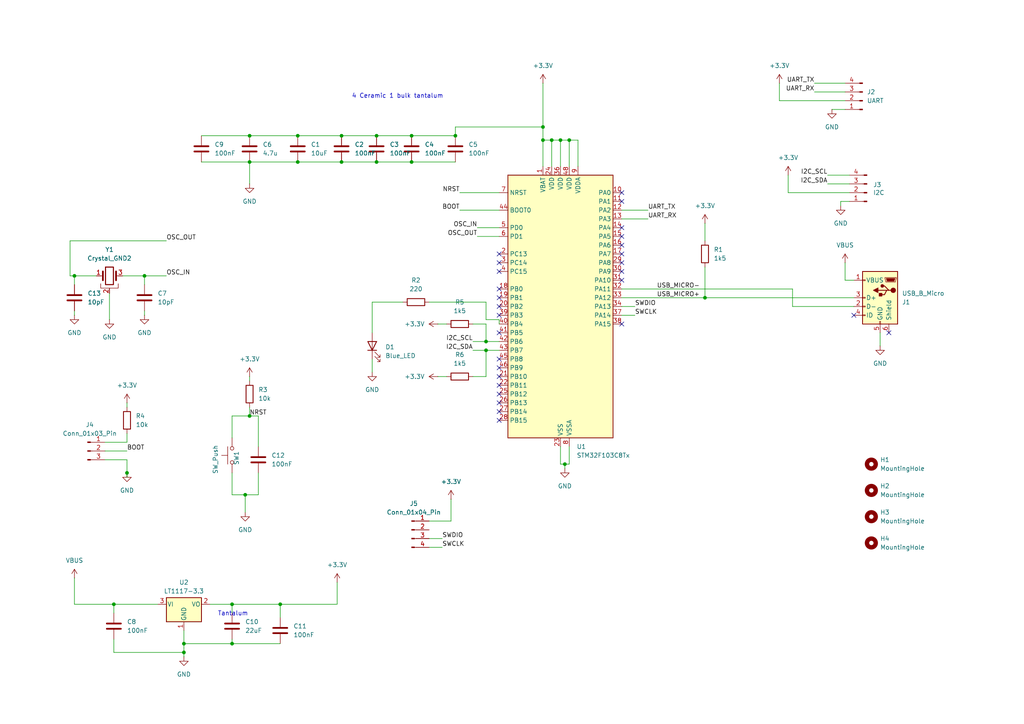
<source format=kicad_sch>
(kicad_sch (version 20250114) (generator "eeschema") (generator_version "9.0")
  (paper "A4")
  (lib_symbols
    (symbol "Connector:Conn_01x03_Pin" (pin_names (offset 1.016) (hide yes))
      (property "Reference" "J" (at 0 5.08 0))
      (property "Value" "Conn_01x03_Pin" (at 0 -5.08 0))
      (symbol "Conn_01x03_Pin_1_1"
        (rectangle (start 0.8636 2.667) (end 0 2.413) (stroke (width 0.1524)) (fill (type outline)))
        (rectangle (start 0.8636 0.127) (end 0 -0.127) (stroke (width 0.1524)) (fill (type outline)))
        (rectangle (start 0.8636 -2.413) (end 0 -2.667) (stroke (width 0.1524)) (fill (type outline)))
        (polyline (pts (xy 1.27 2.54) (xy 0.8636 2.54)) (stroke (width 0.1524)))
        (polyline (pts (xy 1.27 0) (xy 0.8636 0)) (stroke (width 0.1524)))
        (polyline (pts (xy 1.27 -2.54) (xy 0.8636 -2.54)) (stroke (width 0.1524)))
        (pin passive line (at 5.08 2.54 180) (length 3.81) (name "Pin_1") (number "1"))
        (pin passive line (at 5.08 0 180) (length 3.81) (name "Pin_2") (number "2"))
        (pin passive line (at 5.08 -2.54 180) (length 3.81) (name "Pin_3") (number "3"))
      )
    )
    (symbol "Connector:Conn_01x04_Pin" (pin_names (offset 1.016) (hide yes))
      (property "Reference" "J" (at 0 5.08 0))
      (property "Value" "Conn_01x04_Pin" (at 0 -7.62 0))
      (symbol "Conn_01x04_Pin_1_1"
        (rectangle (start 0.8636 2.667) (end 0 2.413) (stroke (width 0.1524)) (fill (type outline)))
        (rectangle (start 0.8636 0.127) (end 0 -0.127) (stroke (width 0.1524)) (fill (type outline)))
        (rectangle (start 0.8636 -2.413) (end 0 -2.667) (stroke (width 0.1524)) (fill (type outline)))
        (rectangle (start 0.8636 -4.953) (end 0 -5.207) (stroke (width 0.1524)) (fill (type outline)))
        (polyline (pts (xy 1.27 2.54) (xy 0.8636 2.54)) (stroke (width 0.1524)))
        (polyline (pts (xy 1.27 0) (xy 0.8636 0)) (stroke (width 0.1524)))
        (polyline (pts (xy 1.27 -2.54) (xy 0.8636 -2.54)) (stroke (width 0.1524)))
        (polyline (pts (xy 1.27 -5.08) (xy 0.8636 -5.08)) (stroke (width 0.1524)))
        (pin passive line (at 5.08 2.54 180) (length 3.81) (name "Pin_1") (number "1"))
        (pin passive line (at 5.08 0 180) (length 3.81) (name "Pin_2") (number "2"))
        (pin passive line (at 5.08 -2.54 180) (length 3.81) (name "Pin_3") (number "3"))
        (pin passive line (at 5.08 -5.08 180) (length 3.81) (name "Pin_4") (number "4"))
      )
    )
    (symbol "Connector:USB_B_Micro" (pin_names (offset 1.016))
      (property "Reference" "J" (at -5.08 11.43 0))
      (property "Value" "USB_B_Micro" (at -5.08 8.89 0))
      (symbol "USB_B_Micro_0_1"
        (rectangle (start -5.08 -7.62) (end 5.08 7.62) (stroke (width 0.254)) (fill (type background)))
        (polyline (pts (xy -4.699 5.842) (xy -4.699 5.588) (xy -4.445 4.826) (xy -4.445 4.572) (xy -1.651 4.572) (xy -1.651 4.826) (xy -1.397 5.588) (xy -1.397 5.842) (xy -4.699 5.842)))
        (polyline (pts (xy -4.318 5.588) (xy -1.778 5.588) (xy -2.032 4.826) (xy -4.064 4.826) (xy -4.318 5.588)) (fill (type outline)))
        (circle (center -3.81 2.159) (radius 0.635) (stroke (width 0.254)) (fill (type outline)))
        (polyline (pts (xy -3.175 2.159) (xy -2.54 2.159) (xy -1.27 3.429) (xy -0.635 3.429)) (stroke (width 0.254)))
        (polyline (pts (xy -2.54 2.159) (xy -1.905 2.159) (xy -1.27 0.889) (xy 0 0.889)) (stroke (width 0.254)))
        (polyline (pts (xy -1.905 2.159) (xy 0.635 2.159)) (stroke (width 0.254)))
        (circle (center -0.635 3.429) (radius 0.381) (stroke (width 0.254)) (fill (type outline)))
        (rectangle (start -0.127 -7.62) (end 0.127 -6.858))
        (rectangle (start 0.254 1.27) (end -0.508 0.508) (stroke (width 0.254)) (fill (type outline)))
        (polyline (pts (xy 0.635 2.794) (xy 0.635 1.524) (xy 1.905 2.159) (xy 0.635 2.794)) (stroke (width 0.254)) (fill (type outline)))
        (rectangle (start 5.08 4.953) (end 4.318 5.207))
        (rectangle (start 5.08 -0.127) (end 4.318 0.127))
        (rectangle (start 5.08 -2.667) (end 4.318 -2.413))
        (rectangle (start 5.08 -5.207) (end 4.318 -4.953))
      )
      (symbol "USB_B_Micro_1_1"
        (pin passive line (at -2.54 -10.16 90) (length 2.54) (name "Shield") (number "6"))
        (pin power_out line (at 0 -10.16 90) (length 2.54) (name "GND") (number "5"))
        (pin power_out line (at 7.62 5.08 180) (length 2.54) (name "VBUS") (number "1"))
        (pin bidirectional line (at 7.62 0 180) (length 2.54) (name "D+") (number "3"))
        (pin bidirectional line (at 7.62 -2.54 180) (length 2.54) (name "D-") (number "2"))
        (pin passive line (at 7.62 -5.08 180) (length 2.54) (name "ID") (number "4"))
      )
    )
    (symbol "Device:C" (pin_numbers (hide yes)) (pin_names (offset 0.254))
      (property "Reference" "C" (at 0.635 2.54 0))
      (property "Value" "C" (at 0.635 -2.54 0))
      (symbol "C_0_1"
        (polyline (pts (xy -2.032 0.762) (xy 2.032 0.762)) (stroke (width 0.508)))
        (polyline (pts (xy -2.032 -0.762) (xy 2.032 -0.762)) (stroke (width 0.508)))
      )
      (symbol "C_1_1"
        (pin passive line (at 0 3.81 270) (length 2.794) (name "~") (number "1"))
        (pin passive line (at 0 -3.81 90) (length 2.794) (name "~") (number "2"))
      )
    )
    (symbol "Device:Crystal_GND2" (pin_names (offset 1.016) (hide yes))
      (property "Reference" "Y" (at 0 5.715 0))
      (property "Value" "Crystal_GND2" (at 0 3.81 0))
      (symbol "Crystal_GND2_0_1"
        (polyline (pts (xy -2.54 0) (xy -1.905 0)))
        (polyline (pts (xy -2.54 -2.286) (xy -2.54 -3.556) (xy 2.54 -3.556) (xy 2.54 -2.286)))
        (polyline (pts (xy -1.905 -1.27) (xy -1.905 1.27)) (stroke (width 0.508)))
        (rectangle (start -1.143 2.54) (end 1.143 -2.54) (stroke (width 0.3048)))
        (polyline (pts (xy 0 -3.81) (xy 0 -3.556)))
        (polyline (pts (xy 1.905 1.27) (xy 1.905 -1.27)) (stroke (width 0.508)))
        (polyline (pts (xy 1.905 0) (xy 2.54 0)))
      )
      (symbol "Crystal_GND2_1_1"
        (pin passive line (at -3.81 0 0) (length 1.27) (name "1") (number "1"))
        (pin passive line (at 0 -5.08 90) (length 1.27) (name "2") (number "2"))
        (pin passive line (at 3.81 0 180) (length 1.27) (name "3") (number "3"))
      )
    )
    (symbol "Device:LED" (pin_numbers (hide yes)) (pin_names (offset 1.016) (hide yes))
      (property "Reference" "D" (at 0 2.54 0))
      (property "Value" "LED" (at 0 -2.54 0))
      (symbol "LED_0_1"
        (polyline (pts (xy -3.048 -0.762) (xy -4.572 -2.286) (xy -3.81 -2.286) (xy -4.572 -2.286) (xy -4.572 -1.524)))
        (polyline (pts (xy -1.778 -0.762) (xy -3.302 -2.286) (xy -2.54 -2.286) (xy -3.302 -2.286) (xy -3.302 -1.524)))
        (polyline (pts (xy -1.27 0) (xy 1.27 0)))
        (polyline (pts (xy -1.27 -1.27) (xy -1.27 1.27)) (stroke (width 0.254)))
        (polyline (pts (xy 1.27 -1.27) (xy 1.27 1.27) (xy -1.27 0) (xy 1.27 -1.27)) (stroke (width 0.254)))
      )
      (symbol "LED_1_1"
        (pin passive line (at -3.81 0 0) (length 2.54) (name "K") (number "1"))
        (pin passive line (at 3.81 0 180) (length 2.54) (name "A") (number "2"))
      )
    )
    (symbol "Device:R" (pin_numbers (hide yes)) (pin_names (offset 0))
      (property "Reference" "R" (at 2.032 0 90))
      (property "Value" "R" (at 0 0 90))
      (symbol "R_0_1"
        (rectangle (start -1.016 -2.54) (end 1.016 2.54) (stroke (width 0.254)))
      )
      (symbol "R_1_1"
        (pin passive line (at 0 3.81 270) (length 1.27) (name "~") (number "1"))
        (pin passive line (at 0 -3.81 90) (length 1.27) (name "~") (number "2"))
      )
    )
    (symbol "MCU_ST_STM32F1:STM32F103C8Tx"
      (property "Reference" "U" (at -15.24 39.37 0))
      (property "Value" "STM32F103C8Tx" (at 7.62 39.37 0))
      (symbol "STM32F103C8Tx_0_1"
        (rectangle (start -15.24 -38.1) (end 15.24 38.1) (stroke (width 0.254)) (fill (type background)))
      )
      (symbol "STM32F103C8Tx_1_1"
        (pin input line (at -17.78 33.02 0) (length 2.54) (name "NRST") (number "7"))
        (pin input line (at -17.78 27.94 0) (length 2.54) (name "BOOT0") (number "44"))
        (pin bidirectional line (at -17.78 22.86 0) (length 2.54) (name "PD0") (number "5"))
        (pin bidirectional line (at -17.78 20.32 0) (length 2.54) (name "PD1") (number "6"))
        (pin bidirectional line (at -17.78 15.24 0) (length 2.54) (name "PC13") (number "2"))
        (pin bidirectional line (at -17.78 12.7 0) (length 2.54) (name "PC14") (number "3"))
        (pin bidirectional line (at -17.78 10.16 0) (length 2.54) (name "PC15") (number "4"))
        (pin bidirectional line (at -17.78 5.08 0) (length 2.54) (name "PB0") (number "18"))
        (pin bidirectional line (at -17.78 2.54 0) (length 2.54) (name "PB1") (number "19"))
        (pin bidirectional line (at -17.78 0 0) (length 2.54) (name "PB2") (number "20"))
        (pin bidirectional line (at -17.78 -2.54 0) (length 2.54) (name "PB3") (number "39"))
        (pin bidirectional line (at -17.78 -5.08 0) (length 2.54) (name "PB4") (number "40"))
        (pin bidirectional line (at -17.78 -7.62 0) (length 2.54) (name "PB5") (number "41"))
        (pin bidirectional line (at -17.78 -10.16 0) (length 2.54) (name "PB6") (number "42"))
        (pin bidirectional line (at -17.78 -12.7 0) (length 2.54) (name "PB7") (number "43"))
        (pin bidirectional line (at -17.78 -15.24 0) (length 2.54) (name "PB8") (number "45"))
        (pin bidirectional line (at -17.78 -17.78 0) (length 2.54) (name "PB9") (number "46"))
        (pin bidirectional line (at -17.78 -20.32 0) (length 2.54) (name "PB10") (number "21"))
        (pin bidirectional line (at -17.78 -22.86 0) (length 2.54) (name "PB11") (number "22"))
        (pin bidirectional line (at -17.78 -25.4 0) (length 2.54) (name "PB12") (number "25"))
        (pin bidirectional line (at -17.78 -27.94 0) (length 2.54) (name "PB13") (number "26"))
        (pin bidirectional line (at -17.78 -30.48 0) (length 2.54) (name "PB14") (number "27"))
        (pin bidirectional line (at -17.78 -33.02 0) (length 2.54) (name "PB15") (number "28"))
        (pin power_in line (at -5.08 40.64 270) (length 2.54) (name "VBAT") (number "1"))
        (pin power_in line (at -2.54 40.64 270) (length 2.54) (name "VDD") (number "24"))
        (pin power_in line (at 0 40.64 270) (length 2.54) (name "VDD") (number "36"))
        (pin power_in line (at 0 -40.64 90) (length 2.54) (name "VSS") (number "23"))
        (pin passive line (at 0 -40.64 90) (length 2.54) (hide yes) (name "VSS") (number "35"))
        (pin passive line (at 0 -40.64 90) (length 2.54) (hide yes) (name "VSS") (number "47"))
        (pin power_in line (at 2.54 40.64 270) (length 2.54) (name "VDD") (number "48"))
        (pin power_in line (at 2.54 -40.64 90) (length 2.54) (name "VSSA") (number "8"))
        (pin power_in line (at 5.08 40.64 270) (length 2.54) (name "VDDA") (number "9"))
        (pin bidirectional line (at 17.78 33.02 180) (length 2.54) (name "PA0") (number "10"))
        (pin bidirectional line (at 17.78 30.48 180) (length 2.54) (name "PA1") (number "11"))
        (pin bidirectional line (at 17.78 27.94 180) (length 2.54) (name "PA2") (number "12"))
        (pin bidirectional line (at 17.78 25.4 180) (length 2.54) (name "PA3") (number "13"))
        (pin bidirectional line (at 17.78 22.86 180) (length 2.54) (name "PA4") (number "14"))
        (pin bidirectional line (at 17.78 20.32 180) (length 2.54) (name "PA5") (number "15"))
        (pin bidirectional line (at 17.78 17.78 180) (length 2.54) (name "PA6") (number "16"))
        (pin bidirectional line (at 17.78 15.24 180) (length 2.54) (name "PA7") (number "17"))
        (pin bidirectional line (at 17.78 12.7 180) (length 2.54) (name "PA8") (number "29"))
        (pin bidirectional line (at 17.78 10.16 180) (length 2.54) (name "PA9") (number "30"))
        (pin bidirectional line (at 17.78 7.62 180) (length 2.54) (name "PA10") (number "31"))
        (pin bidirectional line (at 17.78 5.08 180) (length 2.54) (name "PA11") (number "32"))
        (pin bidirectional line (at 17.78 2.54 180) (length 2.54) (name "PA12") (number "33"))
        (pin bidirectional line (at 17.78 0 180) (length 2.54) (name "PA13") (number "34"))
        (pin bidirectional line (at 17.78 -2.54 180) (length 2.54) (name "PA14") (number "37"))
        (pin bidirectional line (at 17.78 -5.08 180) (length 2.54) (name "PA15") (number "38"))
      )
    )
    (symbol "Mechanical:MountingHole" (pin_names (offset 1.016)) (in_bom no)
      (property "Reference" "H" (at 0 5.08 0))
      (property "Value" "MountingHole" (at 0 3.175 0))
      (symbol "MountingHole_0_1"
        (circle (center 0 0) (radius 1.27) (stroke (width 1.27)))
      )
    )
    (symbol "Regulator_Linear:LT1117-3.3" (pin_names (offset 0.254))
      (property "Reference" "U" (at -3.81 3.175 0))
      (property "Value" "LT1117-3.3" (at 0 3.175 0))
      (symbol "LT1117-3.3_0_1"
        (rectangle (start -5.08 -5.08) (end 5.08 1.905) (stroke (width 0.254)) (fill (type background)))
      )
      (symbol "LT1117-3.3_1_1"
        (pin power_in line (at -7.62 0 0) (length 2.54) (name "VI") (number "3"))
        (pin power_in line (at 0 -7.62 90) (length 2.54) (name "GND") (number "1"))
        (pin power_out line (at 7.62 0 180) (length 2.54) (name "VO") (number "2"))
      )
    )
    (symbol "Switch:SW_Push" (pin_numbers (hide yes)) (pin_names (offset 1.016) (hide yes))
      (property "Reference" "SW" (at 1.27 2.54 0))
      (property "Value" "SW_Push" (at 0 -1.524 0))
      (symbol "SW_Push_0_1"
        (circle (center -2.032 0) (radius 0.508))
        (polyline (pts (xy 0 1.27) (xy 0 3.048)))
        (circle (center 2.032 0) (radius 0.508))
        (polyline (pts (xy 2.54 1.27) (xy -2.54 1.27)))
        (pin passive line (at -5.08 0 0) (length 2.54) (name "1") (number "1"))
        (pin passive line (at 5.08 0 180) (length 2.54) (name "2") (number "2"))
      )
    )
    (symbol "power:+3.3V" (power) (pin_numbers (hide yes)) (pin_names (offset 0) (hide yes))
      (property "Value" "+3.3V" (at 0 3.556 0))
      (symbol "+3.3V_0_1"
        (polyline (pts (xy -0.762 1.27) (xy 0 2.54)))
        (polyline (pts (xy 0 2.54) (xy 0.762 1.27)))
        (polyline (pts (xy 0 0) (xy 0 2.54)))
      )
      (symbol "+3.3V_1_1"
        (pin power_in line (at 0 0 90) (length 0) (name "~") (number "1"))
      )
    )
    (symbol "power:GND" (power) (pin_numbers (hide yes)) (pin_names (offset 0) (hide yes))
      (property "Value" "GND" (at 0 -3.81 0))
      (symbol "GND_0_1"
        (polyline (pts (xy 0 0) (xy 0 -1.27) (xy 1.27 -1.27) (xy 0 -2.54) (xy -1.27 -1.27) (xy 0 -1.27)))
      )
      (symbol "GND_1_1"
        (pin power_in line (at 0 0 270) (length 0) (name "~") (number "1"))
      )
    )
    (symbol "power:VBUS" (power) (pin_numbers (hide yes)) (pin_names (offset 0) (hide yes))
      (property "Value" "VBUS" (at 0 3.556 0))
      (symbol "VBUS_0_1"
        (polyline (pts (xy -0.762 1.27) (xy 0 2.54)))
        (polyline (pts (xy 0 2.54) (xy 0.762 1.27)))
        (polyline (pts (xy 0 0) (xy 0 2.54)))
      )
      (symbol "VBUS_1_1"
        (pin power_in line (at 0 0 90) (length 0) (name "~") (number "1"))
      )
    )
  )
  (text "Tantalum\n" (at 67.564 178.054 0) (effects (font (size 1.27 1.27))))
  (text "4 Ceramic 1 bulk tantalum" (at 115.316 27.94 0) (effects (font (size 1.27 1.27))))
  (junction (at 72.39 120.65))
  (junction (at 163.83 134.62))
  (junction (at 140.97 101.6))
  (junction (at 119.38 39.37))
  (junction (at 157.48 36.83))
  (junction (at 67.31 175.26))
  (junction (at 204.47 86.36))
  (junction (at 99.06 39.37))
  (junction (at 109.22 46.99))
  (junction (at 72.39 46.99))
  (junction (at 109.22 39.37))
  (junction (at 157.48 40.64))
  (junction (at 86.36 46.99))
  (junction (at 71.12 143.51))
  (junction (at 162.56 40.64))
  (junction (at 72.39 39.37))
  (junction (at 132.08 39.37))
  (junction (at 165.1 40.64))
  (junction (at 33.02 175.26))
  (junction (at 140.97 99.06))
  (junction (at 67.31 186.69))
  (junction (at 36.83 137.16))
  (junction (at 119.38 46.99))
  (junction (at 86.36 39.37))
  (junction (at 21.59 80.01))
  (junction (at 41.91 80.01))
  (junction (at 53.34 189.23))
  (junction (at 160.02 40.64))
  (junction (at 53.34 186.69))
  (junction (at 99.06 46.99))
  (junction (at 81.28 175.26))
  (no_connect (at 144.78 83.82))
  (no_connect (at 144.78 109.22))
  (no_connect (at 180.34 73.66))
  (no_connect (at 144.78 88.9))
  (no_connect (at 144.78 91.44))
  (no_connect (at 180.34 58.42))
  (no_connect (at 180.34 81.28))
  (no_connect (at 180.34 93.98))
  (no_connect (at 180.34 78.74))
  (no_connect (at 144.78 78.74))
  (no_connect (at 144.78 73.66))
  (no_connect (at 144.78 106.68))
  (no_connect (at 180.34 68.58))
  (no_connect (at 180.34 55.88))
  (no_connect (at 257.81 96.52))
  (no_connect (at 180.34 66.04))
  (no_connect (at 144.78 76.2))
  (no_connect (at 247.65 91.44))
  (no_connect (at 144.78 121.92))
  (no_connect (at 144.78 104.14))
  (no_connect (at 144.78 111.76))
  (no_connect (at 144.78 114.3))
  (no_connect (at 144.78 96.52))
  (no_connect (at 144.78 119.38))
  (no_connect (at 180.34 71.12))
  (no_connect (at 144.78 86.36))
  (no_connect (at 180.34 76.2))
  (no_connect (at 144.78 116.84))
  (wire (pts (xy 140.97 99.06) (xy 140.97 93.98)))
  (wire (pts (xy 74.93 120.65) (xy 74.93 129.54)))
  (wire (pts (xy 160.02 48.26) (xy 160.02 40.64)))
  (wire (pts (xy 160.02 40.64) (xy 157.48 40.64)))
  (wire (pts (xy 109.22 46.99) (xy 119.38 46.99)))
  (wire (pts (xy 162.56 40.64) (xy 165.1 40.64)))
  (wire (pts (xy 137.16 93.98) (xy 140.97 93.98)))
  (wire (pts (xy 20.32 80.01) (xy 21.59 80.01)))
  (wire (pts (xy 107.95 87.63) (xy 107.95 96.52)))
  (wire (pts (xy 204.47 64.77) (xy 204.47 69.85)))
  (wire (pts (xy 132.08 36.83) (xy 132.08 39.37)))
  (wire (pts (xy 35.56 80.01) (xy 41.91 80.01)))
  (wire (pts (xy 132.08 36.83) (xy 157.48 36.83)))
  (wire (pts (xy 53.34 186.69) (xy 67.31 186.69)))
  (wire (pts (xy 138.43 66.04) (xy 144.78 66.04)))
  (wire (pts (xy 180.34 86.36) (xy 204.47 86.36)))
  (wire (pts (xy 236.22 24.13) (xy 245.11 24.13)))
  (wire (pts (xy 165.1 48.26) (xy 165.1 40.64)))
  (wire (pts (xy 140.97 101.6) (xy 140.97 109.22)))
  (wire (pts (xy 67.31 127) (xy 67.31 120.65)))
  (wire (pts (xy 137.16 101.6) (xy 140.97 101.6)))
  (wire (pts (xy 67.31 175.26) (xy 67.31 177.8)))
  (wire (pts (xy 31.75 85.09) (xy 31.75 92.71)))
  (wire (pts (xy 247.65 81.28) (xy 245.11 81.28)))
  (wire (pts (xy 240.03 50.8) (xy 246.38 50.8)))
  (wire (pts (xy 226.06 29.21) (xy 245.11 29.21)))
  (wire (pts (xy 36.83 116.84) (xy 36.83 118.11)))
  (wire (pts (xy 20.32 69.85) (xy 48.26 69.85)))
  (wire (pts (xy 137.16 99.06) (xy 140.97 99.06)))
  (wire (pts (xy 204.47 86.36) (xy 247.65 86.36)))
  (wire (pts (xy 53.34 186.69) (xy 53.34 189.23)))
  (wire (pts (xy 124.46 156.21) (xy 128.27 156.21)))
  (wire (pts (xy 53.34 189.23) (xy 53.34 190.5)))
  (wire (pts (xy 53.34 182.88) (xy 53.34 186.69)))
  (wire (pts (xy 180.34 60.96) (xy 187.96 60.96)))
  (wire (pts (xy 127 109.22) (xy 129.54 109.22)))
  (wire (pts (xy 45.72 175.26) (xy 33.02 175.26)))
  (wire (pts (xy 255.27 96.52) (xy 255.27 100.33)))
  (wire (pts (xy 21.59 80.01) (xy 27.94 80.01)))
  (wire (pts (xy 74.93 137.16) (xy 74.93 143.51)))
  (wire (pts (xy 30.48 128.27) (xy 36.83 128.27)))
  (wire (pts (xy 86.36 39.37) (xy 99.06 39.37)))
  (wire (pts (xy 67.31 186.69) (xy 81.28 186.69)))
  (wire (pts (xy 180.34 91.44) (xy 184.15 91.44)))
  (wire (pts (xy 119.38 39.37) (xy 132.08 39.37)))
  (wire (pts (xy 157.48 40.64) (xy 157.48 48.26)))
  (wire (pts (xy 180.34 63.5) (xy 187.96 63.5)))
  (wire (pts (xy 20.32 80.01) (xy 20.32 69.85)))
  (wire (pts (xy 157.48 24.13) (xy 157.48 36.83)))
  (wire (pts (xy 162.56 40.64) (xy 160.02 40.64)))
  (wire (pts (xy 71.12 143.51) (xy 67.31 143.51)))
  (wire (pts (xy 162.56 129.54) (xy 162.56 134.62)))
  (wire (pts (xy 163.83 134.62) (xy 165.1 134.62)))
  (wire (pts (xy 72.39 118.11) (xy 72.39 120.65)))
  (wire (pts (xy 72.39 109.22) (xy 72.39 110.49)))
  (wire (pts (xy 109.22 39.37) (xy 119.38 39.37)))
  (wire (pts (xy 67.31 186.69) (xy 67.31 185.42)))
  (wire (pts (xy 240.03 53.34) (xy 246.38 53.34)))
  (wire (pts (xy 241.3 31.75) (xy 245.11 31.75)))
  (wire (pts (xy 226.06 24.13) (xy 226.06 29.21)))
  (wire (pts (xy 86.36 46.99) (xy 99.06 46.99)))
  (wire (pts (xy 30.48 130.81) (xy 36.83 130.81)))
  (wire (pts (xy 74.93 143.51) (xy 71.12 143.51)))
  (wire (pts (xy 140.97 101.6) (xy 144.78 101.6)))
  (wire (pts (xy 163.83 134.62) (xy 163.83 135.89)))
  (wire (pts (xy 21.59 90.17) (xy 21.59 91.44)))
  (wire (pts (xy 21.59 167.64) (xy 21.59 175.26)))
  (wire (pts (xy 124.46 87.63) (xy 140.97 87.63)))
  (wire (pts (xy 72.39 39.37) (xy 86.36 39.37)))
  (wire (pts (xy 107.95 104.14) (xy 107.95 107.95)))
  (wire (pts (xy 33.02 185.42) (xy 33.02 189.23)))
  (wire (pts (xy 71.12 143.51) (xy 71.12 148.59)))
  (wire (pts (xy 36.83 133.35) (xy 36.83 137.16)))
  (wire (pts (xy 36.83 125.73) (xy 36.83 128.27)))
  (wire (pts (xy 72.39 46.99) (xy 72.39 53.34)))
  (wire (pts (xy 133.35 60.96) (xy 144.78 60.96)))
  (wire (pts (xy 58.42 39.37) (xy 72.39 39.37)))
  (wire (pts (xy 140.97 87.63) (xy 140.97 92.71)))
  (wire (pts (xy 33.02 175.26) (xy 33.02 177.8)))
  (wire (pts (xy 130.81 144.78) (xy 130.81 151.13)))
  (wire (pts (xy 162.56 48.26) (xy 162.56 40.64)))
  (wire (pts (xy 245.11 76.2) (xy 245.11 81.28)))
  (wire (pts (xy 60.96 175.26) (xy 67.31 175.26)))
  (wire (pts (xy 33.02 189.23) (xy 53.34 189.23)))
  (wire (pts (xy 204.47 77.47) (xy 204.47 86.36)))
  (wire (pts (xy 165.1 40.64) (xy 167.64 40.64)))
  (wire (pts (xy 72.39 46.99) (xy 86.36 46.99)))
  (wire (pts (xy 81.28 175.26) (xy 97.79 175.26)))
  (wire (pts (xy 157.48 36.83) (xy 157.48 40.64)))
  (wire (pts (xy 144.78 92.71) (xy 144.78 93.98)))
  (wire (pts (xy 140.97 92.71) (xy 144.78 92.71)))
  (wire (pts (xy 167.64 48.26) (xy 167.64 40.64)))
  (wire (pts (xy 124.46 158.75) (xy 128.27 158.75)))
  (wire (pts (xy 21.59 82.55) (xy 21.59 80.01)))
  (wire (pts (xy 243.84 59.69) (xy 243.84 58.42)))
  (wire (pts (xy 140.97 99.06) (xy 144.78 99.06)))
  (wire (pts (xy 41.91 90.17) (xy 41.91 91.44)))
  (wire (pts (xy 67.31 137.16) (xy 67.31 143.51)))
  (wire (pts (xy 243.84 58.42) (xy 246.38 58.42)))
  (wire (pts (xy 229.87 88.9) (xy 229.87 83.82)))
  (wire (pts (xy 33.02 175.26) (xy 21.59 175.26)))
  (wire (pts (xy 228.6 55.88) (xy 246.38 55.88)))
  (wire (pts (xy 162.56 134.62) (xy 163.83 134.62)))
  (wire (pts (xy 41.91 80.01) (xy 48.26 80.01)))
  (wire (pts (xy 138.43 68.58) (xy 144.78 68.58)))
  (wire (pts (xy 41.91 82.55) (xy 41.91 80.01)))
  (wire (pts (xy 165.1 134.62) (xy 165.1 129.54)))
  (wire (pts (xy 236.22 26.67) (xy 245.11 26.67)))
  (wire (pts (xy 229.87 83.82) (xy 180.34 83.82)))
  (wire (pts (xy 119.38 46.99) (xy 132.08 46.99)))
  (wire (pts (xy 228.6 50.8) (xy 228.6 55.88)))
  (wire (pts (xy 180.34 88.9) (xy 184.15 88.9)))
  (wire (pts (xy 137.16 109.22) (xy 140.97 109.22)))
  (wire (pts (xy 67.31 175.26) (xy 81.28 175.26)))
  (wire (pts (xy 116.84 87.63) (xy 107.95 87.63)))
  (wire (pts (xy 247.65 88.9) (xy 229.87 88.9)))
  (wire (pts (xy 81.28 175.26) (xy 81.28 179.07)))
  (wire (pts (xy 74.93 120.65) (xy 72.39 120.65)))
  (wire (pts (xy 99.06 39.37) (xy 109.22 39.37)))
  (wire (pts (xy 99.06 46.99) (xy 109.22 46.99)))
  (wire (pts (xy 127 93.98) (xy 129.54 93.98)))
  (wire (pts (xy 30.48 133.35) (xy 36.83 133.35)))
  (wire (pts (xy 97.79 168.91) (xy 97.79 175.26)))
  (wire (pts (xy 67.31 120.65) (xy 72.39 120.65)))
  (wire (pts (xy 124.46 151.13) (xy 130.81 151.13)))
  (wire (pts (xy 58.42 46.99) (xy 72.39 46.99)))
  (wire (pts (xy 36.83 137.16) (xy 36.83 138.43)))
  (wire (pts (xy 133.35 55.88) (xy 144.78 55.88)))
  (label "NRST" (at 72.39 120.65 0))
  (label "NRST" (at 133.35 55.88 180))
  (label "UART_RX" (at 187.96 63.5 0))
  (label "I2C_SDA" (at 240.03 53.34 180))
  (label "I2C_SCL" (at 240.03 50.8 180))
  (label "SWCLK" (at 184.15 91.44 0))
  (label "UART_TX" (at 236.22 24.13 180))
  (label "OSC_OUT" (at 48.26 69.85 0))
  (label "BOOT" (at 36.83 130.81 0))
  (label "UART_RX" (at 236.22 26.67 180))
  (label "I2C_SDA" (at 137.16 101.6 180))
  (label "USB_MICRO-" (at 190.5 83.82 0))
  (label "SWDIO" (at 184.15 88.9 0))
  (label "OSC_IN" (at 48.26 80.01 0))
  (label "SWDIO" (at 128.27 156.21 0))
  (label "I2C_SCL" (at 137.16 99.06 180))
  (label "USB_MICRO+" (at 190.5 86.36 0))
  (label "BOOT" (at 133.35 60.96 180))
  (label "OSC_OUT" (at 138.43 68.58 180))
  (label "OSC_IN" (at 138.43 66.04 180))
  (label "UART_TX" (at 187.96 60.96 0))
  (label "SWCLK" (at 128.27 158.75 0))
  (symbol (lib_id "Device:R") (at 133.35 109.22 90) (unit 1)
    (property "Reference" "R6" (at 133.35 102.87 90))
    (property "Value" "1k5" (at 133.35 105.41 90))
    (property "Footprint" "Resistor_SMD:R_0402_1005Metric" (effects (hide yes)))
    (property "Description" "Resistor" (effects (hide yes)))
  )
  (symbol (lib_id "Device:C") (at 99.06 43.18 0) (unit 1)
    (property "Reference" "C2" (at 102.87 41.9099 0) (effects (justify left)))
    (property "Value" "100nF" (at 102.87 44.4499 0) (effects (justify left)))
    (property "Footprint" "Capacitor_SMD:C_0402_1005Metric" (effects (hide yes)))
    (property "Description" "Unpolarized capacitor" (effects (hide yes)))
  )
  (symbol (lib_id "Device:LED") (at 107.95 100.33 90) (unit 1)
    (property "Reference" "D1" (at 111.76 100.6474 90) (effects (justify right)))
    (property "Value" "Blue_LED" (at 111.76 103.1874 90) (effects (justify right)))
    (property "Footprint" "LED_SMD:LED_0201_0603Metric" (effects (hide yes)))
    (property "Description" "Light emitting diode" (effects (hide yes)))
    (property "Sim.Pins" "1=K 2=A" (effects (hide yes)))
  )
  (symbol (lib_id "Regulator_Linear:LT1117-3.3") (at 53.34 175.26 0) (unit 1)
    (property "Reference" "U2" (at 53.34 168.91 0))
    (property "Value" "LT1117-3.3" (at 53.34 171.45 0))
    (property "Footprint" "Package_TO_SOT_SMD:SOT-223-3_TabPin2" (effects (hide yes)))
    (property "Datasheet" "https://www.analog.com/media/en/technical-documentation/data-sheets/1117fd.pdf" (effects (hide yes)))
    (property "Description" "800mA Low-Dropout Linear Regulator, 3.3V fixed output, SOT-223/TO-263" (effects (hide yes)))
  )
  (symbol (lib_id "Device:C") (at 21.59 86.36 0) (unit 1)
    (property "Reference" "C13" (at 25.4 85.0899 0) (effects (justify left)))
    (property "Value" "10pF" (at 25.4 87.6299 0) (effects (justify left)))
    (property "Footprint" "Diode_SMD:D_0402_1005Metric" (effects (hide yes)))
    (property "Description" "Unpolarized capacitor" (effects (hide yes)))
  )
  (symbol (lib_id "Device:C") (at 86.36 43.18 0) (unit 1)
    (property "Reference" "C1" (at 90.17 41.9099 0) (effects (justify left)))
    (property "Value" "10uF" (at 90.17 44.4499 0) (effects (justify left)))
    (property "Footprint" "Capacitor_Tantalum_SMD:CP_EIA-1608-08_AVX-J" (effects (hide yes)))
    (property "Description" "Unpolarized capacitor" (effects (hide yes)))
  )
  (symbol (lib_id "power:GND") (at 243.84 59.69 0) (unit 1)
    (property "Reference" "#PWR013" (effects (hide yes)))
    (property "Value" "GND" (at 243.84 64.77 0))
    (property "Description" "Power symbol creates a global label with name \"GND\" , ground" (effects (hide yes)))
  )
  (symbol (lib_id "Switch:SW_Push") (at 67.31 132.08 90) (unit 1)
    (property "Reference" "SW1" (at 68.58 130.8099 0) (effects (justify right)))
    (property "Value" "SW_Push" (at 62.484 129.032 0) (effects (justify right)))
    (property "Footprint" "Button_Switch_SMD:SW_SPST_PTS810" (effects (hide yes)))
    (property "Description" "Push button switch, generic, two pins" (effects (hide yes)))
  )
  (symbol (lib_id "power:+3.3V") (at 97.79 168.91 0) (unit 1)
    (property "Reference" "#PWR015" (effects (hide yes)))
    (property "Value" "+3.3V" (at 97.79 163.83 0))
    (property "Description" "Power symbol creates a global label with name \"+3.3V\"" (effects (hide yes)))
  )
  (symbol (lib_id "power:+3.3V") (at 127 109.22 90) (unit 1)
    (property "Reference" "#PWR023" (effects (hide yes)))
    (property "Value" "+3.3V" (at 123.19 109.2199 90) (effects (justify left)))
    (property "Description" "Power symbol creates a global label with name \"+3.3V\"" (effects (hide yes)))
  )
  (symbol (lib_id "Device:C") (at 41.91 86.36 0) (unit 1)
    (property "Reference" "C7" (at 45.72 85.0899 0) (effects (justify left)))
    (property "Value" "10pF" (at 45.72 87.6299 0) (effects (justify left)))
    (property "Footprint" "Diode_SMD:D_0402_1005Metric" (effects (hide yes)))
    (property "Description" "Unpolarized capacitor" (effects (hide yes)))
  )
  (symbol (lib_id "power:GND") (at 53.34 190.5 0) (unit 1)
    (property "Reference" "#PWR014" (effects (hide yes)))
    (property "Value" "GND" (at 53.34 195.58 0))
    (property "Description" "Power symbol creates a global label with name \"GND\" , ground" (effects (hide yes)))
  )
  (symbol (lib_id "Device:C") (at 109.22 43.18 0) (unit 1)
    (property "Reference" "C3" (at 113.03 41.9099 0) (effects (justify left)))
    (property "Value" "100nF" (at 113.03 44.4499 0) (effects (justify left)))
    (property "Footprint" "Capacitor_SMD:C_0402_1005Metric" (effects (hide yes)))
    (property "Description" "Unpolarized capacitor" (effects (hide yes)))
  )
  (symbol (lib_id "Device:R") (at 120.65 87.63 90) (unit 1)
    (property "Reference" "R2" (at 120.65 81.28 90))
    (property "Value" "220" (at 120.65 83.82 90))
    (property "Footprint" "Resistor_SMD:R_0201_0603Metric" (effects (hide yes)))
    (property "Description" "Resistor" (effects (hide yes)))
  )
  (symbol (lib_id "Connector:Conn_01x04_Pin") (at 119.38 153.67 0) (unit 1)
    (property "Reference" "J5" (at 120.015 146.05 0))
    (property "Value" "Conn_01x04_Pin" (at 120.015 148.59 0))
    (property "Footprint" "Connector_PinHeader_2.54mm:PinHeader_1x04_P2.54mm_Vertical" (effects (hide yes)))
    (property "Description" "Generic connector, single row, 01x04, script generated" (effects (hide yes)))
  )
  (symbol (lib_id "Connector:USB_B_Micro") (at 255.27 86.36 0) (mirror y) (unit 1)
    (property "Reference" "J1" (at 261.62 87.6301 0) (effects (justify right)))
    (property "Value" "USB_B_Micro" (at 261.62 85.0901 0) (effects (justify right)))
    (property "Footprint" "Connector_USB:USB_Micro-B_Molex_47346-0001" (effects (hide yes)))
    (property "Description" "USB Micro Type B connector" (effects (hide yes)))
  )
  (symbol (lib_id "Device:C") (at 67.31 181.61 0) (unit 1)
    (property "Reference" "C10" (at 71.12 180.3399 0) (effects (justify left)))
    (property "Value" "22uF" (at 71.12 182.8799 0) (effects (justify left)))
    (property "Footprint" "Capacitor_Tantalum_SMD:CP_EIA-1608-08_AVX-J" (effects (hide yes)))
    (property "Description" "Unpolarized capacitor" (effects (hide yes)))
  )
  (symbol (lib_id "Mechanical:MountingHole") (at 252.73 134.62 0) (unit 1) (in_bom no)
    (property "Reference" "H1" (at 255.27 133.3499 0) (effects (justify left)))
    (property "Value" "MountingHole" (at 255.27 135.8899 0) (effects (justify left)))
    (property "Footprint" "MountingHole:MountingHole_2.1mm" (effects (hide yes)))
    (property "Description" "Mounting Hole without connection" (effects (hide yes)))
  )
  (symbol (lib_id "power:GND") (at 72.39 53.34 0) (unit 1)
    (property "Reference" "#PWR01" (effects (hide yes)))
    (property "Value" "GND" (at 72.39 58.42 0))
    (property "Description" "Power symbol creates a global label with name \"GND\" , ground" (effects (hide yes)))
  )
  (symbol (lib_id "Connector:Conn_01x04_Pin") (at 251.46 55.88 180) (unit 1)
    (property "Reference" "J3" (at 253.238 53.594 0) (effects (justify right)))
    (property "Value" "I2C" (at 253.238 55.88 0) (effects (justify right)))
    (property "Footprint" "Connector_PinHeader_2.54mm:PinHeader_1x04_P2.54mm_Vertical" (effects (hide yes)))
    (property "Description" "Generic connector, single row, 01x04, script generated" (effects (hide yes)))
  )
  (symbol (lib_id "power:VBUS") (at 21.59 167.64 0) (unit 1)
    (property "Reference" "#PWR016" (effects (hide yes)))
    (property "Value" "VBUS" (at 21.59 162.56 0))
    (property "Description" "Power symbol creates a global label with name \"VBUS\"" (effects (hide yes)))
  )
  (symbol (lib_id "Device:C") (at 132.08 43.18 0) (unit 1)
    (property "Reference" "C5" (at 135.89 41.9099 0) (effects (justify left)))
    (property "Value" "100nF" (at 135.89 44.4499 0) (effects (justify left)))
    (property "Footprint" "Capacitor_SMD:C_0402_1005Metric" (effects (hide yes)))
    (property "Description" "Unpolarized capacitor" (effects (hide yes)))
  )
  (symbol (lib_id "Device:C") (at 33.02 181.61 0) (unit 1)
    (property "Reference" "C8" (at 36.83 180.3399 0) (effects (justify left)))
    (property "Value" "100nF" (at 36.83 182.8799 0) (effects (justify left)))
    (property "Footprint" "Capacitor_SMD:C_0402_1005Metric" (effects (hide yes)))
    (property "Description" "Unpolarized capacitor" (effects (hide yes)))
  )
  (symbol (lib_id "Device:R") (at 204.47 73.66 0) (unit 1)
    (property "Reference" "R1" (at 207.01 72.3899 0) (effects (justify left)))
    (property "Value" "1k5" (at 207.01 74.9299 0) (effects (justify left)))
    (property "Footprint" "Resistor_SMD:R_0402_1005Metric" (effects (hide yes)))
    (property "Description" "Resistor" (effects (hide yes)))
  )
  (symbol (lib_id "power:GND") (at 31.75 92.71 0) (unit 1)
    (property "Reference" "#PWR03" (effects (hide yes)))
    (property "Value" "GND" (at 31.75 97.79 0))
    (property "Description" "Power symbol creates a global label with name \"GND\" , ground" (effects (hide yes)))
  )
  (symbol (lib_id "Device:C") (at 119.38 43.18 0) (unit 1)
    (property "Reference" "C4" (at 123.19 41.9099 0) (effects (justify left)))
    (property "Value" "100nF" (at 123.19 44.4499 0) (effects (justify left)))
    (property "Footprint" "Capacitor_SMD:C_0402_1005Metric" (effects (hide yes)))
    (property "Description" "Unpolarized capacitor" (effects (hide yes)))
  )
  (symbol (lib_id "power:GND") (at 41.91 91.44 0) (unit 1)
    (property "Reference" "#PWR05" (effects (hide yes)))
    (property "Value" "GND" (at 41.91 96.52 0))
    (property "Description" "Power symbol creates a global label with name \"GND\" , ground" (effects (hide yes)))
  )
  (symbol (lib_id "Device:R") (at 133.35 93.98 270) (unit 1)
    (property "Reference" "R5" (at 133.35 87.63 90))
    (property "Value" "1k5" (at 133.35 90.17 90))
    (property "Footprint" "Resistor_SMD:R_0402_1005Metric" (effects (hide yes)))
    (property "Description" "Resistor" (effects (hide yes)))
  )
  (symbol (lib_id "power:GND") (at 255.27 100.33 0) (mirror y) (unit 1)
    (property "Reference" "#PWR06" (effects (hide yes)))
    (property "Value" "GND" (at 255.27 105.41 0))
    (property "Description" "Power symbol creates a global label with name \"GND\" , ground" (effects (hide yes)))
  )
  (symbol (lib_id "power:+3.3V") (at 157.48 24.13 0) (unit 1)
    (property "Reference" "#PWR02" (effects (hide yes)))
    (property "Value" "+3.3V" (at 157.48 19.05 0))
    (property "Description" "Power symbol creates a global label with name \"+3.3V\"" (effects (hide yes)))
  )
  (symbol (lib_id "power:GND") (at 36.83 137.16 0) (unit 1)
    (property "Reference" "#PWR020" (effects (hide yes)))
    (property "Value" "GND" (at 36.83 142.24 0))
    (property "Description" "Power symbol creates a global label with name \"GND\" , ground" (effects (hide yes)))
  )
  (symbol (lib_id "Device:C") (at 74.93 133.35 0) (unit 1)
    (property "Reference" "C12" (at 78.74 132.0799 0) (effects (justify left)))
    (property "Value" "100nF" (at 78.74 134.6199 0) (effects (justify left)))
    (property "Footprint" "Capacitor_SMD:C_0402_1005Metric" (effects (hide yes)))
    (property "Description" "Unpolarized capacitor" (effects (hide yes)))
  )
  (symbol (lib_id "Device:R") (at 72.39 114.3 0) (unit 1)
    (property "Reference" "R3" (at 74.93 113.0299 0) (effects (justify left)))
    (property "Value" "10k" (at 74.93 115.5699 0) (effects (justify left)))
    (property "Footprint" "Resistor_SMD:R_0603_1608Metric" (effects (hide yes)))
    (property "Description" "Resistor" (effects (hide yes)))
  )
  (symbol (lib_id "Mechanical:MountingHole") (at 252.73 149.86 0) (unit 1) (in_bom no)
    (property "Reference" "H3" (at 255.27 148.5899 0) (effects (justify left)))
    (property "Value" "MountingHole" (at 255.27 151.1299 0) (effects (justify left)))
    (property "Footprint" "MountingHole:MountingHole_2.1mm" (effects (hide yes)))
    (property "Description" "Mounting Hole without connection" (effects (hide yes)))
  )
  (symbol (lib_id "Device:C") (at 72.39 43.18 0) (unit 1)
    (property "Reference" "C6" (at 76.2 41.9099 0) (effects (justify left)))
    (property "Value" "4.7u" (at 76.2 44.4499 0) (effects (justify left)))
    (property "Footprint" "Capacitor_Tantalum_SMD:CP_EIA-1608-08_AVX-J" (effects (hide yes)))
    (property "Description" "Unpolarized capacitor" (effects (hide yes)))
  )
  (symbol (lib_id "power:+3.3V") (at 130.81 144.78 0) (unit 1)
    (property "Reference" "#PWR024" (effects (hide yes)))
    (property "Value" "+3.3V" (at 130.81 139.7 0))
    (property "Description" "Power symbol creates a global label with name \"+3.3V\"" (effects (hide yes)))
  )
  (symbol (lib_id "Device:C") (at 81.28 182.88 0) (unit 1)
    (property "Reference" "C11" (at 85.09 181.6099 0) (effects (justify left)))
    (property "Value" "100nF" (at 85.09 184.1499 0) (effects (justify left)))
    (property "Footprint" "Capacitor_SMD:C_0402_1005Metric" (effects (hide yes)))
    (property "Description" "Unpolarized capacitor" (effects (hide yes)))
  )
  (symbol (lib_id "power:GND") (at 21.59 91.44 0) (unit 1)
    (property "Reference" "#PWR04" (effects (hide yes)))
    (property "Value" "GND" (at 21.59 96.52 0))
    (property "Description" "Power symbol creates a global label with name \"GND\" , ground" (effects (hide yes)))
  )
  (symbol (lib_id "MCU_ST_STM32F1:STM32F103C8Tx") (at 162.56 88.9 0) (unit 1)
    (property "Reference" "U1" (at 167.2433 129.54 0) (effects (justify left)))
    (property "Value" "STM32F103C8Tx" (at 167.2433 132.08 0) (effects (justify left)))
    (property "Footprint" "Package_QFP:LQFP-48_7x7mm_P0.5mm" (effects (hide yes)))
    (property "Datasheet" "https://www.st.com/resource/en/datasheet/stm32f103c8.pdf" (effects (hide yes)))
    (property "Description" "STMicroelectronics Arm Cortex-M3 MCU, 64KB flash, 20KB RAM, 72 MHz, 2.0-3.6V, 37 GPIO, LQFP48" (effects (hide yes)))
  )
  (symbol (lib_id "power:+3.3V") (at 204.47 64.77 0) (unit 1)
    (property "Reference" "#PWR08" (effects (hide yes)))
    (property "Value" "+3.3V" (at 204.47 59.69 0))
    (property "Description" "Power symbol creates a global label with name \"+3.3V\"" (effects (hide yes)))
  )
  (symbol (lib_id "Connector:Conn_01x03_Pin") (at 25.4 130.81 0) (unit 1)
    (property "Reference" "J4" (at 26.035 123.19 0))
    (property "Value" "Conn_01x03_Pin" (at 26.035 125.73 0))
    (property "Footprint" "Connector_PinHeader_1.27mm:PinHeader_1x03_P1.27mm_Vertical" (effects (hide yes)))
    (property "Description" "Generic connector, single row, 01x03, script generated" (effects (hide yes)))
  )
  (symbol (lib_id "Connector:Conn_01x04_Pin") (at 250.19 29.21 180) (unit 1)
    (property "Reference" "J2" (at 251.46 26.6699 0) (effects (justify right)))
    (property "Value" "UART" (at 251.46 29.2099 0) (effects (justify right)))
    (property "Footprint" "Connector_PinHeader_2.54mm:PinHeader_1x04_P2.54mm_Vertical" (effects (hide yes)))
    (property "Description" "Generic connector, single row, 01x04, script generated" (effects (hide yes)))
  )
  (symbol (lib_id "power:GND") (at 71.12 148.59 0) (unit 1)
    (property "Reference" "#PWR018" (effects (hide yes)))
    (property "Value" "GND" (at 71.12 153.67 0))
    (property "Description" "Power symbol creates a global label with name \"GND\" , ground" (effects (hide yes)))
  )
  (symbol (lib_id "power:+3.3V") (at 226.06 24.13 0) (unit 1)
    (property "Reference" "#PWR011" (effects (hide yes)))
    (property "Value" "+3.3V" (at 226.06 19.05 0))
    (property "Description" "Power symbol creates a global label with name \"+3.3V\"" (effects (hide yes)))
  )
  (symbol (lib_id "power:+3.3V") (at 127 93.98 90) (unit 1)
    (property "Reference" "#PWR022" (effects (hide yes)))
    (property "Value" "+3.3V" (at 123.19 93.9799 90) (effects (justify left)))
    (property "Description" "Power symbol creates a global label with name \"+3.3V\"" (effects (hide yes)))
  )
  (symbol (lib_id "power:GND") (at 163.83 135.89 0) (unit 1)
    (property "Reference" "#PWR017" (effects (hide yes)))
    (property "Value" "GND" (at 163.83 140.97 0))
    (property "Description" "Power symbol creates a global label with name \"GND\" , ground" (effects (hide yes)))
  )
  (symbol (lib_id "Mechanical:MountingHole") (at 252.73 142.24 0) (unit 1) (in_bom no)
    (property "Reference" "H2" (at 255.27 140.9699 0) (effects (justify left)))
    (property "Value" "MountingHole" (at 255.27 143.5099 0) (effects (justify left)))
    (property "Footprint" "MountingHole:MountingHole_2.1mm" (effects (hide yes)))
    (property "Description" "Mounting Hole without connection" (effects (hide yes)))
  )
  (symbol (lib_id "power:+3.3V") (at 72.39 109.22 0) (unit 1)
    (property "Reference" "#PWR019" (effects (hide yes)))
    (property "Value" "+3.3V" (at 72.39 104.14 0))
    (property "Description" "Power symbol creates a global label with name \"+3.3V\"" (effects (hide yes)))
  )
  (symbol (lib_id "power:GND") (at 107.95 107.95 0) (unit 1)
    (property "Reference" "#PWR09" (effects (hide yes)))
    (property "Value" "GND" (at 107.95 113.03 0))
    (property "Description" "Power symbol creates a global label with name \"GND\" , ground" (effects (hide yes)))
  )
  (symbol (lib_id "Mechanical:MountingHole") (at 252.73 157.48 0) (unit 1) (in_bom no)
    (property "Reference" "H4" (at 255.27 156.2099 0) (effects (justify left)))
    (property "Value" "MountingHole" (at 255.27 158.7499 0) (effects (justify left)))
    (property "Footprint" "MountingHole:MountingHole_2.1mm" (effects (hide yes)))
    (property "Description" "Mounting Hole without connection" (effects (hide yes)))
  )
  (symbol (lib_id "Device:Crystal_GND2") (at 31.75 80.01 0) (unit 1)
    (property "Reference" "Y1" (at 31.75 72.39 0))
    (property "Value" "Crystal_GND2" (at 31.75 74.93 0))
    (property "Footprint" "Crystal:Crystal_SMD_3225-4Pin_3.2x2.5mm" (effects (hide yes)))
    (property "Description" "Three pin crystal, GND on pin 2" (effects (hide yes)))
  )
  (symbol (lib_id "Device:R") (at 36.83 121.92 0) (unit 1)
    (property "Reference" "R4" (at 39.37 120.6499 0) (effects (justify left)))
    (property "Value" "10k" (at 39.37 123.1899 0) (effects (justify left)))
    (property "Footprint" "Resistor_SMD:R_0603_1608Metric" (effects (hide yes)))
    (property "Description" "Resistor" (effects (hide yes)))
  )
  (symbol (lib_id "power:+3.3V") (at 228.6 50.8 0) (unit 1)
    (property "Reference" "#PWR010" (effects (hide yes)))
    (property "Value" "+3.3V" (at 228.6 45.72 0))
    (property "Description" "Power symbol creates a global label with name \"+3.3V\"" (effects (hide yes)))
  )
  (symbol (lib_id "power:+3.3V") (at 36.83 116.84 0) (unit 1)
    (property "Reference" "#PWR021" (effects (hide yes)))
    (property "Value" "+3.3V" (at 36.83 111.76 0))
    (property "Description" "Power symbol creates a global label with name \"+3.3V\"" (effects (hide yes)))
  )
  (symbol (lib_id "power:GND") (at 241.3 31.75 0) (unit 1)
    (property "Reference" "#PWR012" (effects (hide yes)))
    (property "Value" "GND" (at 241.3 36.83 0))
    (property "Description" "Power symbol creates a global label with name \"GND\" , ground" (effects (hide yes)))
  )
  (symbol (lib_id "power:VBUS") (at 245.11 76.2 0) (unit 1)
    (property "Reference" "#PWR07" (effects (hide yes)))
    (property "Value" "VBUS" (at 245.11 71.12 0))
    (property "Description" "Power symbol creates a global label with name \"VBUS\"" (effects (hide yes)))
  )
  (symbol (lib_id "Device:C") (at 58.42 43.18 0) (unit 1)
    (property "Reference" "C9" (at 62.23 41.9099 0) (effects (justify left)))
    (property "Value" "100nF" (at 62.23 44.4499 0) (effects (justify left)))
    (property "Footprint" "Capacitor_SMD:C_0402_1005Metric" (effects (hide yes)))
    (property "Description" "Unpolarized capacitor" (effects (hide yes)))
  )
)
</source>
